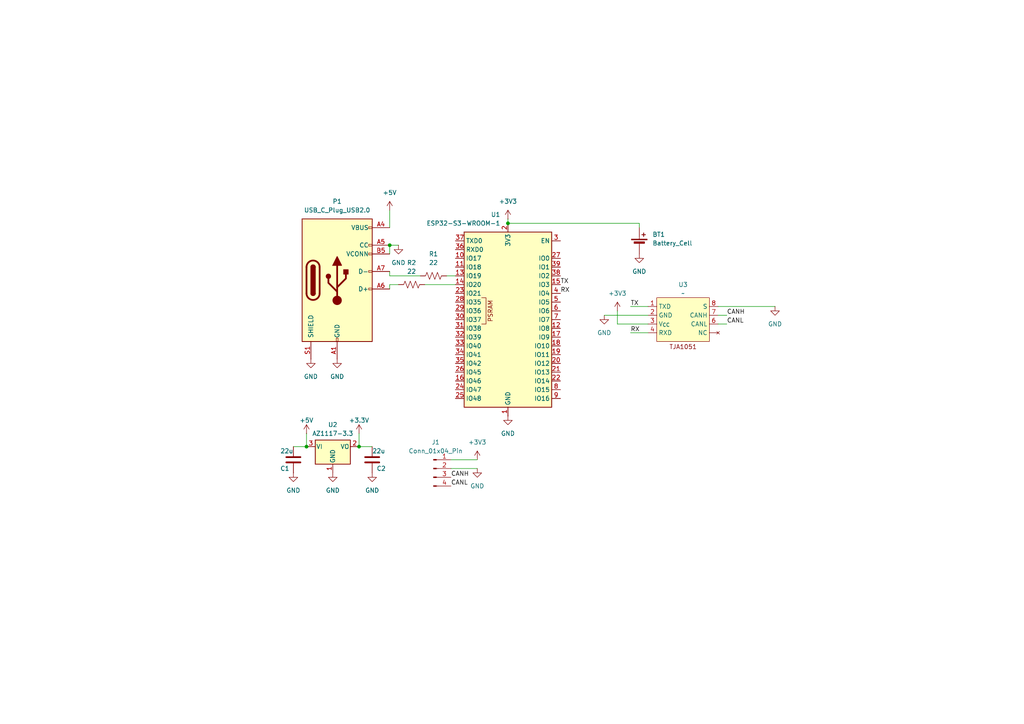
<source format=kicad_sch>
(kicad_sch (version 20231120) (generator "eeschema") (generator_version "8.0")
  (paper "A4")
  (lib_symbols
    (symbol "Connector:Conn_01x04_Pin" (pin_names (offset 1.016) hide)
      (property "Reference" "J" (at 0 5.08 0))
      (property "Value" "Conn_01x04_Pin" (at 0 -7.62 0))
      (symbol "Conn_01x04_Pin_1_1"
        (polyline (pts (xy 1.27 -5.08) (xy 0.8636 -5.08)) (stroke (width 0.1524)))
        (polyline (pts (xy 1.27 -2.54) (xy 0.8636 -2.54)) (stroke (width 0.1524)))
        (polyline (pts (xy 1.27 0) (xy 0.8636 0)) (stroke (width 0.1524)))
        (polyline (pts (xy 1.27 2.54) (xy 0.8636 2.54)) (stroke (width 0.1524)))
        (rectangle (start 0.8636 -4.953) (end 0 -5.207) (stroke (width 0.1524)) (fill (type outline)))
        (rectangle (start 0.8636 -2.413) (end 0 -2.667) (stroke (width 0.1524)) (fill (type outline)))
        (rectangle (start 0.8636 0.127) (end 0 -0.127) (stroke (width 0.1524)) (fill (type outline)))
        (rectangle (start 0.8636 2.667) (end 0 2.413) (stroke (width 0.1524)) (fill (type outline)))
        (pin passive line (at 5.08 2.54 180) (length 3.81) (name "Pin_1") (number "1"))
        (pin passive line (at 5.08 0 180) (length 3.81) (name "Pin_2") (number "2"))
        (pin passive line (at 5.08 -2.54 180) (length 3.81) (name "Pin_3") (number "3"))
        (pin passive line (at 5.08 -5.08 180) (length 3.81) (name "Pin_4") (number "4"))
      )
    )
    (symbol "Connector:USB_C_Plug_USB2.0" (pin_names (offset 1.016))
      (property "Reference" "P" (at -10.16 19.05 0))
      (property "Value" "USB_C_Plug_USB2.0" (at 12.7 19.05 0))
      (symbol "USB_C_Plug_USB2.0_0_0"
        (rectangle (start -0.254 -17.78) (end 0.254 -16.764))
        (rectangle (start 10.16 -2.286) (end 9.144 -2.794))
        (rectangle (start 10.16 2.794) (end 9.144 2.286))
        (rectangle (start 10.16 7.874) (end 9.144 7.366))
        (rectangle (start 10.16 10.414) (end 9.144 9.906))
        (rectangle (start 10.16 15.494) (end 9.144 14.986))
      )
      (symbol "USB_C_Plug_USB2.0_0_1"
        (rectangle (start -10.16 17.78) (end 10.16 -17.78) (stroke (width 0.254)) (fill (type background)))
        (arc (start -8.89 -3.81) (mid -6.985 -5.7067) (end -5.08 -3.81) (stroke (width 0.508)))
        (arc (start -7.62 -3.81) (mid -6.985 -4.4423) (end -6.35 -3.81) (stroke (width 0.254)))
        (arc (start -7.62 -3.81) (mid -6.985 -4.4423) (end -6.35 -3.81) (stroke (width 0.254)) (fill (type outline)))
        (rectangle (start -7.62 -3.81) (end -6.35 3.81) (stroke (width 0.254)) (fill (type outline)))
        (arc (start -6.35 3.81) (mid -6.985 4.4423) (end -7.62 3.81) (stroke (width 0.254)))
        (arc (start -6.35 3.81) (mid -6.985 4.4423) (end -7.62 3.81) (stroke (width 0.254)) (fill (type outline)))
        (arc (start -5.08 3.81) (mid -6.985 5.7067) (end -8.89 3.81) (stroke (width 0.508)))
        (circle (center -2.54 1.143) (radius 0.635) (stroke (width 0.254)) (fill (type outline)))
        (circle (center 0 -5.842) (radius 1.27) (fill (type outline)))
        (polyline (pts (xy -8.89 -3.81) (xy -8.89 3.81)) (stroke (width 0.508)))
        (polyline (pts (xy -5.08 3.81) (xy -5.08 -3.81)) (stroke (width 0.508)))
        (polyline (pts (xy 0 -5.842) (xy 0 4.318)) (stroke (width 0.508)))
        (polyline (pts (xy 0 -3.302) (xy -2.54 -0.762) (xy -2.54 0.508)) (stroke (width 0.508)))
        (polyline (pts (xy 0 -2.032) (xy 2.54 0.508) (xy 2.54 1.778)) (stroke (width 0.508)))
        (polyline (pts (xy -1.27 4.318) (xy 0 6.858) (xy 1.27 4.318) (xy -1.27 4.318)) (stroke (width 0.254)) (fill (type outline)))
        (rectangle (start 1.905 1.778) (end 3.175 3.048) (stroke (width 0.254)) (fill (type outline)))
      )
      (symbol "USB_C_Plug_USB2.0_1_1"
        (pin passive line (at 0 -22.86 90) (length 5.08) (name "GND") (number "A1"))
        (pin passive line (at 0 -22.86 90) (length 5.08) hide (name "GND") (number "A12"))
        (pin passive line (at 15.24 15.24 180) (length 5.08) (name "VBUS") (number "A4"))
        (pin bidirectional line (at 15.24 10.16 180) (length 5.08) (name "CC") (number "A5"))
        (pin bidirectional line (at 15.24 -2.54 180) (length 5.08) (name "D+") (number "A6"))
        (pin bidirectional line (at 15.24 2.54 180) (length 5.08) (name "D-") (number "A7"))
        (pin passive line (at 15.24 15.24 180) (length 5.08) hide (name "VBUS") (number "A9"))
        (pin passive line (at 0 -22.86 90) (length 5.08) hide (name "GND") (number "B1"))
        (pin passive line (at 0 -22.86 90) (length 5.08) hide (name "GND") (number "B12"))
        (pin passive line (at 15.24 15.24 180) (length 5.08) hide (name "VBUS") (number "B4"))
        (pin bidirectional line (at 15.24 7.62 180) (length 5.08) (name "VCONN") (number "B5"))
        (pin passive line (at 15.24 15.24 180) (length 5.08) hide (name "VBUS") (number "B9"))
        (pin passive line (at -7.62 -22.86 90) (length 5.08) (name "SHIELD") (number "S1"))
      )
    )
    (symbol "Device:Battery_Cell" (pin_numbers hide) (pin_names (offset 0) hide)
      (property "Reference" "BT" (at 2.54 2.54 0))
      (property "Value" "Battery_Cell" (at 2.54 0 0))
      (symbol "Battery_Cell_0_1"
        (rectangle (start -2.286 1.778) (end 2.286 1.524) (fill (type outline)))
        (rectangle (start -1.524 1.016) (end 1.524 0.508) (fill (type outline)))
        (polyline (pts (xy 0 0.762) (xy 0 0)))
        (polyline (pts (xy 0 1.778) (xy 0 2.54)))
        (polyline (pts (xy 0.762 3.048) (xy 1.778 3.048)) (stroke (width 0.254)))
        (polyline (pts (xy 1.27 3.556) (xy 1.27 2.54)) (stroke (width 0.254)))
      )
      (symbol "Battery_Cell_1_1"
        (pin passive line (at 0 5.08 270) (length 2.54) (name "+") (number "1"))
        (pin passive line (at 0 -2.54 90) (length 2.54) (name "-") (number "2"))
      )
    )
    (symbol "Device:C" (pin_numbers hide) (pin_names (offset 0.254))
      (property "Reference" "C" (at 0.635 2.54 0))
      (property "Value" "C" (at 0.635 -2.54 0))
      (symbol "C_0_1"
        (polyline (pts (xy -2.032 -0.762) (xy 2.032 -0.762)) (stroke (width 0.508)))
        (polyline (pts (xy -2.032 0.762) (xy 2.032 0.762)) (stroke (width 0.508)))
      )
      (symbol "C_1_1"
        (pin passive line (at 0 3.81 270) (length 2.794) (name "~") (number "1"))
        (pin passive line (at 0 -3.81 90) (length 2.794) (name "~") (number "2"))
      )
    )
    (symbol "Device:R_US" (pin_numbers hide) (pin_names (offset 0))
      (property "Reference" "R" (at 2.54 0 90))
      (property "Value" "R_US" (at -2.54 0 90))
      (symbol "R_US_0_1"
        (polyline (pts (xy 0 -2.286) (xy 0 -2.54)))
        (polyline (pts (xy 0 2.286) (xy 0 2.54)))
        (polyline (pts (xy 0 -0.762) (xy 1.016 -1.143) (xy 0 -1.524) (xy -1.016 -1.905) (xy 0 -2.286)))
        (polyline (pts (xy 0 0.762) (xy 1.016 0.381) (xy 0 0) (xy -1.016 -0.381) (xy 0 -0.762)))
        (polyline (pts (xy 0 2.286) (xy 1.016 1.905) (xy 0 1.524) (xy -1.016 1.143) (xy 0 0.762)))
      )
      (symbol "R_US_1_1"
        (pin passive line (at 0 3.81 270) (length 1.27) (name "~") (number "1"))
        (pin passive line (at 0 -3.81 90) (length 1.27) (name "~") (number "2"))
      )
    )
    (symbol "Interface_CAN_LIN:TJA1051"
      (property "Reference" "U3" (at 0 1.27 0))
      (property "Value" "~" (at 0 -1.27 0))
      (symbol "TJA1051_1_1"
        (rectangle (start -7.62 -2.54) (end 7.62 -15.24) (fill (type background)))
        (text "TJA1051" (at 0 -16.764 0) (effects (font (size 1.27 1.27))))
        (pin no_connect line (at 10.16 -12.7 180) (length 2.54) (name "NC") (number ""))
        (pin bidirectional line (at -10.16 -5.08 0) (length 2.54) (name "TXD") (number "1"))
        (pin input line (at -10.16 -7.62 0) (length 2.54) (name "GND") (number "2"))
        (pin input line (at -10.16 -10.16 0) (length 2.54) (name "V_{CC}") (number "3"))
        (pin bidirectional line (at -10.16 -12.7 0) (length 2.54) (name "RXD") (number "4"))
        (pin bidirectional line (at 10.16 -10.16 180) (length 2.54) (name "CANL") (number "6"))
        (pin bidirectional line (at 10.16 -7.62 180) (length 2.54) (name "CANH") (number "7"))
        (pin input line (at 10.16 -5.08 180) (length 2.54) (name "S") (number "8"))
      )
    )
    (symbol "RF_Module:ESP32-S3-WROOM-1"
      (property "Reference" "U" (at -12.7 26.67 0))
      (property "Value" "ESP32-S3-WROOM-1" (at 12.7 26.67 0))
      (symbol "ESP32-S3-WROOM-1_0_0"
        (rectangle (start -12.7 25.4) (end 12.7 -25.4) (stroke (width 0.254)) (fill (type background)))
        (text "PSRAM" (at 5.08 2.54 900) (effects (font (size 1.27 1.27))))
      )
      (symbol "ESP32-S3-WROOM-1_0_1"
        (polyline (pts (xy 7.62 -1.27) (xy 6.35 -1.27) (xy 6.35 6.35) (xy 7.62 6.35)))
      )
      (symbol "ESP32-S3-WROOM-1_1_1"
        (pin power_in line (at 0 -27.94 90) (length 2.54) (name "GND") (number "1"))
        (pin bidirectional line (at 15.24 17.78 180) (length 2.54) (name "IO17") (number "10"))
        (pin bidirectional line (at 15.24 15.24 180) (length 2.54) (name "IO18") (number "11"))
        (pin bidirectional line (at -15.24 -2.54 0) (length 2.54) (name "IO8") (number "12"))
        (pin bidirectional line (at 15.24 12.7 180) (length 2.54) (name "IO19") (number "13"))
        (pin bidirectional line (at 15.24 10.16 180) (length 2.54) (name "IO20") (number "14"))
        (pin bidirectional line (at -15.24 10.16 0) (length 2.54) (name "IO3") (number "15"))
        (pin bidirectional line (at 15.24 -17.78 180) (length 2.54) (name "IO46") (number "16"))
        (pin bidirectional line (at -15.24 -5.08 0) (length 2.54) (name "IO9") (number "17"))
        (pin bidirectional line (at -15.24 -7.62 0) (length 2.54) (name "IO10") (number "18"))
        (pin bidirectional line (at -15.24 -10.16 0) (length 2.54) (name "IO11") (number "19"))
        (pin power_in line (at 0 27.94 270) (length 2.54) (name "3V3") (number "2"))
        (pin bidirectional line (at -15.24 -12.7 0) (length 2.54) (name "IO12") (number "20"))
        (pin bidirectional line (at -15.24 -15.24 0) (length 2.54) (name "IO13") (number "21"))
        (pin bidirectional line (at -15.24 -17.78 0) (length 2.54) (name "IO14") (number "22"))
        (pin bidirectional line (at 15.24 7.62 180) (length 2.54) (name "IO21") (number "23"))
        (pin bidirectional line (at 15.24 -20.32 180) (length 2.54) (name "IO47") (number "24"))
        (pin bidirectional line (at 15.24 -22.86 180) (length 2.54) (name "IO48") (number "25"))
        (pin bidirectional line (at 15.24 -15.24 180) (length 2.54) (name "IO45") (number "26"))
        (pin bidirectional line (at -15.24 17.78 0) (length 2.54) (name "IO0") (number "27"))
        (pin bidirectional line (at 15.24 5.08 180) (length 2.54) (name "IO35") (number "28"))
        (pin bidirectional line (at 15.24 2.54 180) (length 2.54) (name "IO36") (number "29"))
        (pin input line (at -15.24 22.86 0) (length 2.54) (name "EN") (number "3"))
        (pin bidirectional line (at 15.24 0 180) (length 2.54) (name "IO37") (number "30"))
        (pin bidirectional line (at 15.24 -2.54 180) (length 2.54) (name "IO38") (number "31"))
        (pin bidirectional line (at 15.24 -5.08 180) (length 2.54) (name "IO39") (number "32"))
        (pin bidirectional line (at 15.24 -7.62 180) (length 2.54) (name "IO40") (number "33"))
        (pin bidirectional line (at 15.24 -10.16 180) (length 2.54) (name "IO41") (number "34"))
        (pin bidirectional line (at 15.24 -12.7 180) (length 2.54) (name "IO42") (number "35"))
        (pin bidirectional line (at 15.24 20.32 180) (length 2.54) (name "RXD0") (number "36"))
        (pin bidirectional line (at 15.24 22.86 180) (length 2.54) (name "TXD0") (number "37"))
        (pin bidirectional line (at -15.24 12.7 0) (length 2.54) (name "IO2") (number "38"))
        (pin bidirectional line (at -15.24 15.24 0) (length 2.54) (name "IO1") (number "39"))
        (pin bidirectional line (at -15.24 7.62 0) (length 2.54) (name "IO4") (number "4"))
        (pin passive line (at 0 -27.94 90) (length 2.54) hide (name "GND") (number "40"))
        (pin passive line (at 0 -27.94 90) (length 2.54) hide (name "GND") (number "41"))
        (pin bidirectional line (at -15.24 5.08 0) (length 2.54) (name "IO5") (number "5"))
        (pin bidirectional line (at -15.24 2.54 0) (length 2.54) (name "IO6") (number "6"))
        (pin bidirectional line (at -15.24 0 0) (length 2.54) (name "IO7") (number "7"))
        (pin bidirectional line (at -15.24 -20.32 0) (length 2.54) (name "IO15") (number "8"))
        (pin bidirectional line (at -15.24 -22.86 0) (length 2.54) (name "IO16") (number "9"))
      )
    )
    (symbol "Regulator_Linear:AZ1117-3.3" (pin_names (offset 0.254))
      (property "Reference" "U" (at -3.81 3.175 0))
      (property "Value" "AZ1117-3.3" (at 0 3.175 0))
      (symbol "AZ1117-3.3_0_1"
        (rectangle (start -5.08 1.905) (end 5.08 -5.08) (stroke (width 0.254)) (fill (type background)))
      )
      (symbol "AZ1117-3.3_1_1"
        (pin power_in line (at 0 -7.62 90) (length 2.54) (name "GND") (number "1"))
        (pin power_out line (at 7.62 0 180) (length 2.54) (name "VO") (number "2"))
        (pin power_in line (at -7.62 0 0) (length 2.54) (name "VI") (number "3"))
      )
    )
    (symbol "power:+3.3V" (power) (pin_names (offset 0))
      (property "Value" "+3.3V" (at 0 3.556 0))
      (symbol "+3.3V_0_1"
        (polyline (pts (xy -0.762 1.27) (xy 0 2.54)))
        (polyline (pts (xy 0 0) (xy 0 2.54)))
        (polyline (pts (xy 0 2.54) (xy 0.762 1.27)))
      )
      (symbol "+3.3V_1_1"
        (pin power_in line (at 0 0 90) (length 0) hide (name "+3.3V") (number "1"))
      )
    )
    (symbol "power:+3V3" (power) (pin_numbers hide) (pin_names (offset 0) hide)
      (property "Value" "+3V3" (at 0 3.556 0))
      (symbol "+3V3_0_1"
        (polyline (pts (xy -0.762 1.27) (xy 0 2.54)))
        (polyline (pts (xy 0 0) (xy 0 2.54)))
        (polyline (pts (xy 0 2.54) (xy 0.762 1.27)))
      )
      (symbol "+3V3_1_1"
        (pin power_in line (at 0 0 90) (length 0) (name "~") (number "1"))
      )
    )
    (symbol "power:+5V" (power) (pin_numbers hide) (pin_names (offset 0) hide)
      (property "Value" "+5V" (at 0 3.556 0))
      (symbol "+5V_0_1"
        (polyline (pts (xy -0.762 1.27) (xy 0 2.54)))
        (polyline (pts (xy 0 0) (xy 0 2.54)))
        (polyline (pts (xy 0 2.54) (xy 0.762 1.27)))
      )
      (symbol "+5V_1_1"
        (pin power_in line (at 0 0 90) (length 0) (name "~") (number "1"))
      )
    )
    (symbol "power:GND" (power) (pin_numbers hide) (pin_names (offset 0) hide)
      (property "Value" "GND" (at 0 -3.81 0))
      (symbol "GND_0_1"
        (polyline (pts (xy 0 0) (xy 0 -1.27) (xy 1.27 -1.27) (xy 0 -2.54) (xy -1.27 -1.27) (xy 0 -1.27)))
      )
      (symbol "GND_1_1"
        (pin power_in line (at 0 0 270) (length 0) (name "~") (number "1"))
      )
    )
  )
  (junction (at 113.03 71.12))
  (junction (at 104.14 129.54))
  (junction (at 88.9 129.54))
  (junction (at 147.32 64.77))
  (wire (pts (xy 107.95 129.54) (xy 104.14 129.54)))
  (wire (pts (xy 88.9 125.73) (xy 88.9 129.54)))
  (wire (pts (xy 113.03 71.12) (xy 113.03 73.66)))
  (wire (pts (xy 115.57 71.12) (xy 113.03 71.12)))
  (wire (pts (xy 182.88 88.9) (xy 187.96 88.9)))
  (wire (pts (xy 85.09 129.54) (xy 88.9 129.54)))
  (wire (pts (xy 185.42 64.77) (xy 185.42 66.04)))
  (wire (pts (xy 210.82 93.98) (xy 208.28 93.98)))
  (wire (pts (xy 175.26 91.44) (xy 187.96 91.44)))
  (wire (pts (xy 115.57 82.55) (xy 113.03 82.55)))
  (wire (pts (xy 179.07 90.17) (xy 179.07 93.98)))
  (wire (pts (xy 132.08 80.01) (xy 129.54 80.01)))
  (wire (pts (xy 113.03 80.01) (xy 113.03 78.74)))
  (wire (pts (xy 210.82 91.44) (xy 208.28 91.44)))
  (wire (pts (xy 208.28 88.9) (xy 224.79 88.9)))
  (wire (pts (xy 132.08 82.55) (xy 123.19 82.55)))
  (wire (pts (xy 113.03 82.55) (xy 113.03 83.82)))
  (wire (pts (xy 182.88 96.52) (xy 187.96 96.52)))
  (wire (pts (xy 121.92 80.01) (xy 113.03 80.01)))
  (wire (pts (xy 113.03 60.96) (xy 113.03 66.04)))
  (wire (pts (xy 104.14 125.73) (xy 104.14 129.54)))
  (wire (pts (xy 179.07 93.98) (xy 187.96 93.98)))
  (wire (pts (xy 138.43 133.35) (xy 130.81 133.35)))
  (wire (pts (xy 138.43 135.89) (xy 130.81 135.89)))
  (wire (pts (xy 147.32 64.77) (xy 185.42 64.77)))
  (wire (pts (xy 147.32 63.5) (xy 147.32 64.77)))
  (label "TX" (at 162.56 82.55 0))
  (label "TX" (at 182.88 88.9 0))
  (label "CANL" (at 130.81 140.97 0))
  (label "RX" (at 162.56 85.09 0))
  (label "RX" (at 182.88 96.52 0))
  (label "CANH" (at 210.82 91.44 0))
  (label "CANL" (at 210.82 93.98 0))
  (label "CANH" (at 130.81 138.43 0))
  (symbol (lib_id "power:+3V3") (at 138.43 133.35 0) (unit 1)
    (property "Reference" "#PWR012" (effects (hide yes)))
    (property "Value" "+3V3" (at 138.43 128.27 0))
    (property "Description" "Power symbol creates a global label with name \"+3V3\"" (effects (hide yes)))
  )
  (symbol (lib_id "Regulator_Linear:AZ1117-3.3") (at 96.52 129.54 0) (unit 1)
    (property "Reference" "U2" (at 96.52 123.19 0))
    (property "Value" "AZ1117-3.3" (at 96.52 125.73 0))
    (property "Footprint" "Package_TO_SOT_SMD:SOT-223-3_TabPin2" (effects (hide yes)))
    (property "Datasheet" "https://www.diodes.com/assets/Datasheets/AZ1117.pdf" (effects (hide yes)))
  )
  (symbol (lib_id "power:GND") (at 96.52 137.16 0) (unit 1)
    (property "Reference" "#PWR09" (effects (hide yes)))
    (property "Value" "GND" (at 96.52 142.24 0))
  )
  (symbol (lib_id "Device:R_US") (at 125.73 80.01 90) (unit 1)
    (property "Reference" "R1" (at 125.73 73.66 90))
    (property "Value" "22" (at 125.73 76.2 90))
    (property "Description" "Resistor, US symbol" (effects (hide yes)))
  )
  (symbol (lib_id "Device:R_US") (at 119.38 82.55 90) (unit 1)
    (property "Reference" "R2" (at 119.38 76.2 90))
    (property "Value" "22" (at 119.38 78.74 90))
    (property "Description" "Resistor, US symbol" (effects (hide yes)))
  )
  (symbol (lib_id "RF_Module:ESP32-S3-WROOM-1") (at 147.32 92.71 0) (mirror y) (unit 1)
    (property "Reference" "U1" (at 145.1259 62.23 0) (effects (justify left)))
    (property "Value" "ESP32-S3-WROOM-1" (at 145.1259 64.77 0) (effects (justify left)))
    (property "Footprint" "RF_Module:ESP32-S3-WROOM-1" (effects (hide yes)))
    (property "Datasheet" "https://www.espressif.com/sites/default/files/documentation/esp32-s3-wroom-1_wroom-1u_datasheet_en.pdf" (effects (hide yes)))
    (property "Description" "RF Module, ESP32-S3 SoC, Wi-Fi 802.11b/g/n, Bluetooth, BLE, 32-bit, 3.3V, onboard antenna, SMD" (effects (hide yes)))
  )
  (symbol (lib_id "power:GND") (at 147.32 120.65 0) (unit 1)
    (property "Reference" "#PWR04" (effects (hide yes)))
    (property "Value" "GND" (at 147.32 125.73 0))
    (property "Description" "Power symbol creates a global label with name \"GND\" , ground" (effects (hide yes)))
  )
  (symbol (lib_id "power:GND") (at 224.79 88.9 0) (unit 1)
    (property "Reference" "#PWR017" (effects (hide yes)))
    (property "Value" "GND" (at 224.79 93.98 0))
    (property "Description" "Power symbol creates a global label with name \"GND\" , ground" (effects (hide yes)))
  )
  (symbol (lib_id "power:+3.3V") (at 104.14 125.73 0) (unit 1)
    (property "Reference" "#PWR010" (effects (hide yes)))
    (property "Value" "+3.3V" (at 104.14 121.92 0))
  )
  (symbol (lib_id "power:GND") (at 175.26 91.44 0) (unit 1)
    (property "Reference" "#PWR015" (effects (hide yes)))
    (property "Value" "GND" (at 175.26 96.52 0))
    (property "Description" "Power symbol creates a global label with name \"GND\" , ground" (effects (hide yes)))
  )
  (symbol (lib_id "power:GND") (at 107.95 137.16 0) (unit 1)
    (property "Reference" "#PWR011" (effects (hide yes)))
    (property "Value" "GND" (at 107.95 142.24 0))
  )
  (symbol (lib_id "Device:C") (at 107.95 133.35 180) (unit 1)
    (property "Reference" "C2" (at 109.22 135.89 0) (effects (justify right)))
    (property "Value" "22u" (at 107.95 130.81 0) (effects (justify right)))
    (property "Footprint" "Capacitor_SMD:C_0603_1608Metric" (effects (hide yes)))
  )
  (symbol (lib_id "power:GND") (at 85.09 137.16 0) (unit 1)
    (property "Reference" "#PWR07" (effects (hide yes)))
    (property "Value" "GND" (at 85.09 142.24 0))
  )
  (symbol (lib_id "power:GND") (at 185.42 73.66 0) (unit 1)
    (property "Reference" "#PWR014" (effects (hide yes)))
    (property "Value" "GND" (at 185.42 78.74 0))
    (property "Description" "Power symbol creates a global label with name \"GND\" , ground" (effects (hide yes)))
  )
  (symbol (lib_id "power:GND") (at 115.57 71.12 0) (unit 1)
    (property "Reference" "#PWR01" (effects (hide yes)))
    (property "Value" "GND" (at 115.57 76.2 0))
    (property "Description" "Power symbol creates a global label with name \"GND\" , ground" (effects (hide yes)))
  )
  (symbol (lib_id "power:GND") (at 90.17 104.14 0) (unit 1)
    (property "Reference" "#PWR05" (effects (hide yes)))
    (property "Value" "GND" (at 90.17 109.22 0))
    (property "Description" "Power symbol creates a global label with name \"GND\" , ground" (effects (hide yes)))
  )
  (symbol (lib_id "power:GND") (at 97.79 104.14 0) (unit 1)
    (property "Reference" "#PWR03" (effects (hide yes)))
    (property "Value" "GND" (at 97.79 109.22 0))
    (property "Description" "Power symbol creates a global label with name \"GND\" , ground" (effects (hide yes)))
  )
  (symbol (lib_id "Connector:USB_C_Plug_USB2.0") (at 97.79 81.28 0) (unit 1)
    (property "Reference" "P1" (at 97.79 58.42 0))
    (property "Value" "USB_C_Plug_USB2.0" (at 97.79 60.96 0))
    (property "Datasheet" "https://www.usb.org/sites/default/files/documents/usb_type-c.zip" (effects (hide yes)))
    (property "Description" "USB 2.0-only Type-C Plug connector" (effects (hide yes)))
  )
  (symbol (lib_id "Device:C") (at 85.09 133.35 180) (unit 1)
    (property "Reference" "C1" (at 81.28 135.89 0) (effects (justify right)))
    (property "Value" "22u" (at 81.28 130.81 0) (effects (justify right)))
    (property "Footprint" "Capacitor_SMD:C_0603_1608Metric" (effects (hide yes)))
  )
  (symbol (lib_id "power:+5V") (at 88.9 125.73 0) (unit 1)
    (property "Reference" "#PWR08" (effects (hide yes)))
    (property "Value" "+5V" (at 88.9 121.92 0))
  )
  (symbol (lib_id "power:+3V3") (at 179.07 90.17 0) (unit 1)
    (property "Reference" "#PWR016" (effects (hide yes)))
    (property "Value" "+3V3" (at 179.07 85.09 0))
    (property "Description" "Power symbol creates a global label with name \"+3V3\"" (effects (hide yes)))
  )
  (symbol (lib_id "Connector:Conn_01x04_Pin") (at 125.73 135.89 0) (unit 1)
    (property "Reference" "J1" (at 126.365 128.27 0))
    (property "Value" "Conn_01x04_Pin" (at 126.365 130.81 0))
    (property "Footprint" "Connector_PinHeader_2.00mm:PinHeader_1x04_P2.00mm_Vertical" (effects (hide yes)))
    (property "Description" "Generic connector, single row, 01x04, script generated" (effects (hide yes)))
  )
  (symbol (lib_id "Interface_CAN_LIN:TJA1051") (at 198.12 83.82 0) (unit 1)
    (property "Reference" "U3" (at 198.12 82.55 0))
    (property "Value" "~" (at 198.12 85.09 0))
  )
  (symbol (lib_id "power:GND") (at 138.43 135.89 0) (unit 1)
    (property "Reference" "#PWR013" (effects (hide yes)))
    (property "Value" "GND" (at 138.43 140.97 0))
    (property "Description" "Power symbol creates a global label with name \"GND\" , ground" (effects (hide yes)))
  )
  (symbol (lib_id "power:+5V") (at 113.03 60.96 0) (unit 1)
    (property "Reference" "#PWR02" (effects (hide yes)))
    (property "Value" "+5V" (at 113.03 55.88 0))
    (property "Description" "Power symbol creates a global label with name \"+5V\"" (effects (hide yes)))
  )
  (symbol (lib_id "power:+3V3") (at 147.32 63.5 0) (unit 1)
    (property "Reference" "#PWR06" (effects (hide yes)))
    (property "Value" "+3V3" (at 147.32 58.42 0))
    (property "Description" "Power symbol creates a global label with name \"+3V3\"" (effects (hide yes)))
  )
  (symbol (lib_id "Device:Battery_Cell") (at 185.42 71.12 0) (unit 1)
    (property "Reference" "BT1" (at 189.23 68.0084 0) (effects (justify left)))
    (property "Value" "Battery_Cell" (at 189.23 70.5484 0) (effects (justify left)))
    (property "Footprint" "Battery:BatteryHolder_Keystone_3009_1x2450" (effects (hide yes)))
    (property "Description" "Single-cell battery" (effects (hide yes)))
  )
)
</source>
